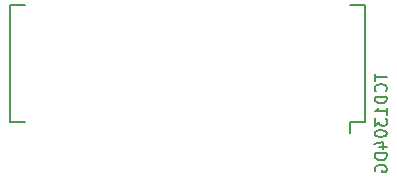
<source format=gbr>
G04 #@! TF.FileFunction,Legend,Bot*
%FSLAX46Y46*%
G04 Gerber Fmt 4.6, Leading zero omitted, Abs format (unit mm)*
G04 Created by KiCad (PCBNEW 4.0.5+dfsg1-4) date Wed Oct 11 15:00:53 2017*
%MOMM*%
%LPD*%
G01*
G04 APERTURE LIST*
%ADD10C,0.100000*%
%ADD11C,0.150000*%
G04 APERTURE END LIST*
D10*
D11*
X144535000Y-88511000D02*
X143265000Y-88511000D01*
X144535000Y-78621000D02*
X143265000Y-78621000D01*
X114545000Y-78621000D02*
X115815000Y-78621000D01*
X114545000Y-88511000D02*
X115815000Y-88511000D01*
X144535000Y-88511000D02*
X144535000Y-78621000D01*
X114545000Y-88511000D02*
X114545000Y-78621000D01*
X143265000Y-88511000D02*
X143265000Y-89446000D01*
X145412381Y-84455524D02*
X145412381Y-85026953D01*
X146412381Y-84741238D02*
X145412381Y-84741238D01*
X146317143Y-85931715D02*
X146364762Y-85884096D01*
X146412381Y-85741239D01*
X146412381Y-85646001D01*
X146364762Y-85503143D01*
X146269524Y-85407905D01*
X146174286Y-85360286D01*
X145983810Y-85312667D01*
X145840952Y-85312667D01*
X145650476Y-85360286D01*
X145555238Y-85407905D01*
X145460000Y-85503143D01*
X145412381Y-85646001D01*
X145412381Y-85741239D01*
X145460000Y-85884096D01*
X145507619Y-85931715D01*
X146412381Y-86360286D02*
X145412381Y-86360286D01*
X145412381Y-86598381D01*
X145460000Y-86741239D01*
X145555238Y-86836477D01*
X145650476Y-86884096D01*
X145840952Y-86931715D01*
X145983810Y-86931715D01*
X146174286Y-86884096D01*
X146269524Y-86836477D01*
X146364762Y-86741239D01*
X146412381Y-86598381D01*
X146412381Y-86360286D01*
X146412381Y-87884096D02*
X146412381Y-87312667D01*
X146412381Y-87598381D02*
X145412381Y-87598381D01*
X145555238Y-87503143D01*
X145650476Y-87407905D01*
X145698095Y-87312667D01*
X145412381Y-88217429D02*
X145412381Y-88836477D01*
X145793333Y-88503143D01*
X145793333Y-88646001D01*
X145840952Y-88741239D01*
X145888571Y-88788858D01*
X145983810Y-88836477D01*
X146221905Y-88836477D01*
X146317143Y-88788858D01*
X146364762Y-88741239D01*
X146412381Y-88646001D01*
X146412381Y-88360286D01*
X146364762Y-88265048D01*
X146317143Y-88217429D01*
X145412381Y-89455524D02*
X145412381Y-89550763D01*
X145460000Y-89646001D01*
X145507619Y-89693620D01*
X145602857Y-89741239D01*
X145793333Y-89788858D01*
X146031429Y-89788858D01*
X146221905Y-89741239D01*
X146317143Y-89693620D01*
X146364762Y-89646001D01*
X146412381Y-89550763D01*
X146412381Y-89455524D01*
X146364762Y-89360286D01*
X146317143Y-89312667D01*
X146221905Y-89265048D01*
X146031429Y-89217429D01*
X145793333Y-89217429D01*
X145602857Y-89265048D01*
X145507619Y-89312667D01*
X145460000Y-89360286D01*
X145412381Y-89455524D01*
X145745714Y-90646001D02*
X146412381Y-90646001D01*
X145364762Y-90407905D02*
X146079048Y-90169810D01*
X146079048Y-90788858D01*
X146412381Y-91169810D02*
X145412381Y-91169810D01*
X145412381Y-91407905D01*
X145460000Y-91550763D01*
X145555238Y-91646001D01*
X145650476Y-91693620D01*
X145840952Y-91741239D01*
X145983810Y-91741239D01*
X146174286Y-91693620D01*
X146269524Y-91646001D01*
X146364762Y-91550763D01*
X146412381Y-91407905D01*
X146412381Y-91169810D01*
X145460000Y-92693620D02*
X145412381Y-92598382D01*
X145412381Y-92455525D01*
X145460000Y-92312667D01*
X145555238Y-92217429D01*
X145650476Y-92169810D01*
X145840952Y-92122191D01*
X145983810Y-92122191D01*
X146174286Y-92169810D01*
X146269524Y-92217429D01*
X146364762Y-92312667D01*
X146412381Y-92455525D01*
X146412381Y-92550763D01*
X146364762Y-92693620D01*
X146317143Y-92741239D01*
X145983810Y-92741239D01*
X145983810Y-92550763D01*
M02*

</source>
